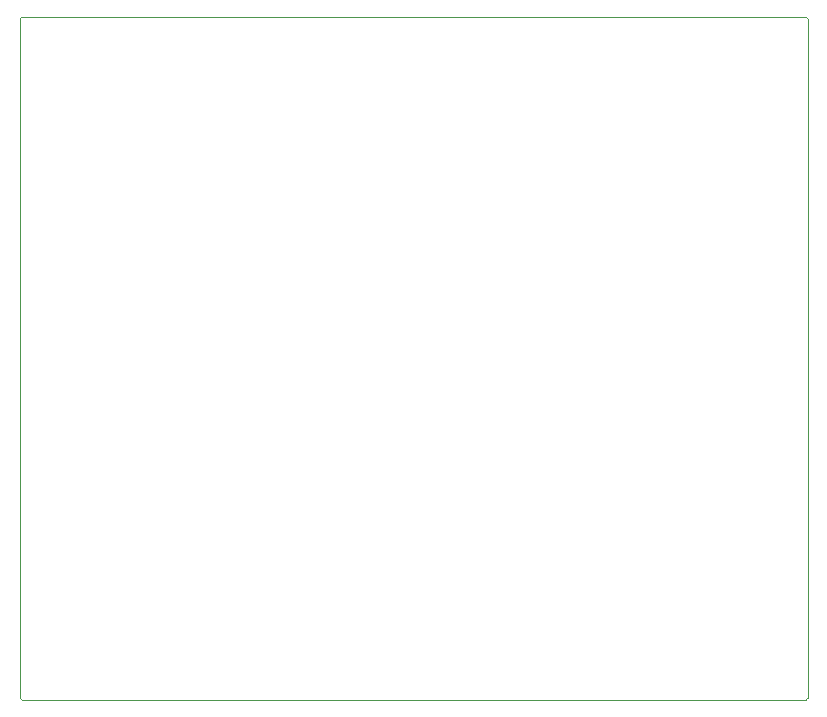
<source format=gbr>
%TF.GenerationSoftware,KiCad,Pcbnew,9.0.6*%
%TF.CreationDate,2025-11-14T19:52:51-08:00*%
%TF.ProjectId,SD-WSPICODB,53442d57-5350-4494-934f-44422e6b6963,R1.0*%
%TF.SameCoordinates,Original*%
%TF.FileFunction,Profile,NP*%
%FSLAX46Y46*%
G04 Gerber Fmt 4.6, Leading zero omitted, Abs format (unit mm)*
G04 Created by KiCad (PCBNEW 9.0.6) date 2025-11-14 19:52:51*
%MOMM*%
%LPD*%
G01*
G04 APERTURE LIST*
%TA.AperFunction,Profile*%
%ADD10C,0.050000*%
%TD*%
G04 APERTURE END LIST*
D10*
X64770000Y-49022000D02*
G75*
G02*
X64897000Y-48895000I127000J0D01*
G01*
X64770000Y-106553000D02*
X64770000Y-49022000D01*
X64897000Y-48895000D02*
X131318000Y-48895000D01*
X131318000Y-48895000D02*
G75*
G02*
X131445000Y-49022000I0J-127000D01*
G01*
X131445000Y-49022000D02*
X131445000Y-106553000D01*
X131445000Y-106553000D02*
G75*
G02*
X131318000Y-106680000I-127000J0D01*
G01*
X131318000Y-106680000D02*
X64897000Y-106680000D01*
X64897000Y-106680000D02*
G75*
G02*
X64770000Y-106553000I0J127000D01*
G01*
M02*

</source>
